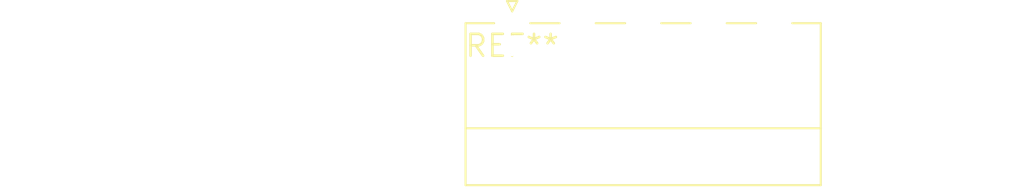
<source format=kicad_pcb>
(kicad_pcb (version 20240108) (generator pcbnew)
  (layers (0 "F.Cu" signal) (31 "B.Cu" signal) (34 "B.Paste" user) (35 "F.Paste" user) (36 "B.SilkS" user "B.Silkscreen") (37 "F.SilkS" user "F.Silkscreen") (38 "B.Mask" user) (39 "F.Mask" user) (44 "Edge.Cuts" user))
  (net 0 "")
  (footprint "PhoenixContact_MC_1,5_5-G-3.81_1x05_P3.81mm_Horizontal" (layer "F.Cu") (at 0 0)
    (property "Reference" "REF**")
    (property "Value" "PhoenixContact_MC_1,5_5-G-3.81_1x05_P3.81mm_Horizontal")
    (fp_line (start -2.71 -1.31) (end -2.71 8.11) (layer "F.SilkS") (stroke (width 0.12)))
    (fp_line (start -2.71 -1.31) (end -1.05 -1.31) (layer "F.SilkS") (stroke (width 0.12)))
    (fp_line (start -2.71 4.8) (end 17.95 4.8) (layer "F.SilkS") (stroke (width 0.12)))
    (fp_line (start -2.71 8.11) (end 17.95 8.11) (layer "F.SilkS") (stroke (width 0.12)))
    (fp_line (start -0.3 -2.6) (end 0.3 -2.6) (layer "F.SilkS") (stroke (width 0.12)))
    (fp_line (start 0 -2) (end -0.3 -2.6) (layer "F.SilkS") (stroke (width 0.12)))
    (fp_line (start 0.3 -2.6) (end 0 -2) (layer "F.SilkS") (stroke (width 0.12)))
    (fp_line (start 1.05 -1.31) (end 2.76 -1.31) (layer "F.SilkS") (stroke (width 0.12)))
    (fp_line (start 4.86 -1.31) (end 6.57 -1.31) (layer "F.SilkS") (stroke (width 0.12)))
    (fp_line (start 8.67 -1.31) (end 10.38 -1.31) (layer "F.SilkS") (stroke (width 0.12)))
    (fp_line (start 12.48 -1.31) (end 14.19 -1.31) (layer "F.SilkS") (stroke (width 0.12)))
    (fp_line (start 17.95 -1.31) (end 16.29 -1.31) (layer "F.SilkS") (stroke (width 0.12)))
    (fp_line (start 17.95 8.11) (end 17.95 -1.31) (layer "F.SilkS") (stroke (width 0.12)))
    (pad "1" thru_hole roundrect (at 0 0) (size 1.8 3.6) (drill 1.2) (layers *.Cu *.Mask) (remove_unused_layers) (roundrect_rratio 0.138889))
    (pad "2" thru_hole oval (at 3.81 0) (size 1.8 3.6) (drill 1.2) (layers *.Cu *.Mask) (remove_unused_layers))
    (pad "3" thru_hole oval (at 7.62 0) (size 1.8 3.6) (drill 1.2) (layers *.Cu *.Mask) (remove_unused_layers))
    (pad "4" thru_hole oval (at 11.43 0) (size 1.8 3.6) (drill 1.2) (layers *.Cu *.Mask) (remove_unused_layers))
    (pad "5" thru_hole oval (at 15.24 0) (size 1.8 3.6) (drill 1.2) (layers *.Cu *.Mask) (remove_unused_layers))
  )
)
</source>
